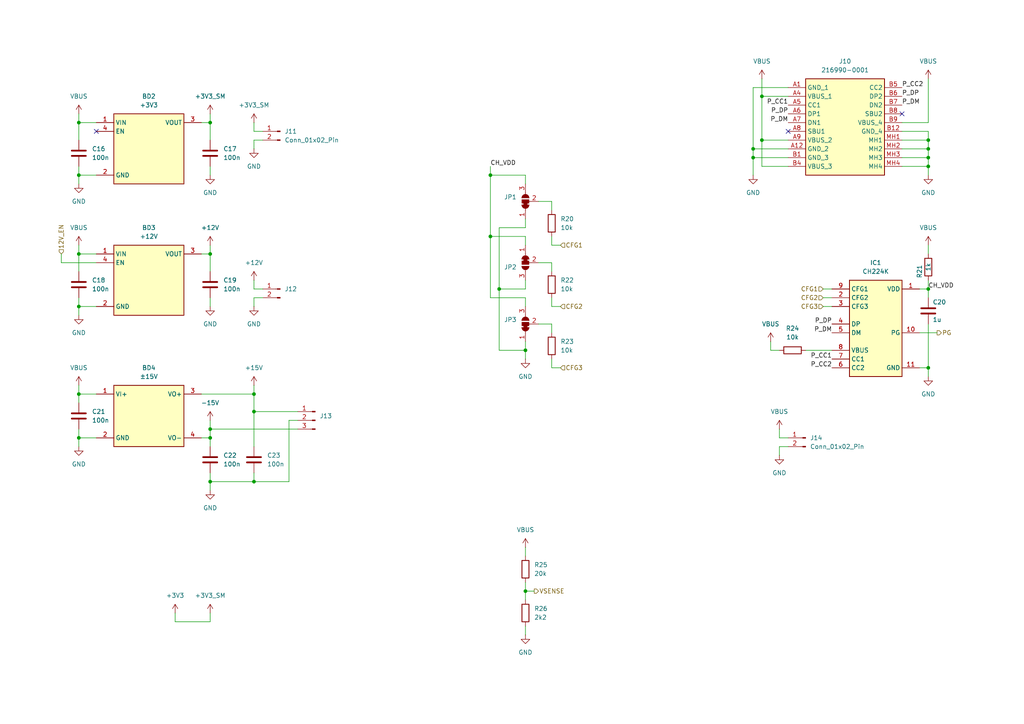
<source format=kicad_sch>
(kicad_sch (version 20231120) (generator "eeschema") (generator_version "8.0")
  (paper "A4")
  (title_block (title "Laser front-end base board") (date "2024-09-07"))
  (lib_symbols
    (symbol "216990-0001:216990-0001"
      (property "Reference" "J" (at 29.21 7.62 0))
      (property "Value" "216990-0001" (at 29.21 5.08 0))
      (symbol "216990-0001_1_1"
        (rectangle (start 5.08 2.54) (end 27.94 -25.4) (stroke (width 0.254)) (fill (type background)))
        (pin passive line (at 0 0 0) (length 5.08) (name "GND_1") (number "A1"))
        (pin passive line (at 0 -17.78 0) (length 5.08) (name "GND_2") (number "A12"))
        (pin passive line (at 0 -2.54 0) (length 5.08) (name "VBUS_1") (number "A4"))
        (pin passive line (at 0 -5.08 0) (length 5.08) (name "CC1") (number "A5"))
        (pin passive line (at 0 -7.62 0) (length 5.08) (name "DP1") (number "A6"))
        (pin passive line (at 0 -10.16 0) (length 5.08) (name "DN1") (number "A7"))
        (pin passive line (at 0 -12.7 0) (length 5.08) (name "SBU1") (number "A8"))
        (pin passive line (at 0 -15.24 0) (length 5.08) (name "VBUS_2") (number "A9"))
        (pin passive line (at 0 -20.32 0) (length 5.08) (name "GND_3") (number "B1"))
        (pin passive line (at 33.02 -12.7 180) (length 5.08) (name "GND_4") (number "B12"))
        (pin passive line (at 0 -22.86 0) (length 5.08) (name "VBUS_3") (number "B4"))
        (pin passive line (at 33.02 0 180) (length 5.08) (name "CC2") (number "B5"))
        (pin passive line (at 33.02 -2.54 180) (length 5.08) (name "DP2") (number "B6"))
        (pin passive line (at 33.02 -5.08 180) (length 5.08) (name "DN2") (number "B7"))
        (pin passive line (at 33.02 -7.62 180) (length 5.08) (name "SBU2") (number "B8"))
        (pin passive line (at 33.02 -10.16 180) (length 5.08) (name "VBUS_4") (number "B9"))
        (pin passive line (at 33.02 -15.24 180) (length 5.08) (name "MH1") (number "MH1"))
        (pin passive line (at 33.02 -17.78 180) (length 5.08) (name "MH2") (number "MH2"))
        (pin passive line (at 33.02 -20.32 180) (length 5.08) (name "MH3") (number "MH3"))
        (pin passive line (at 33.02 -22.86 180) (length 5.08) (name "MH4") (number "MH4"))
      )
    )
    (symbol "CH224K:CH224K"
      (property "Reference" "IC" (at 5.334 20.574 0))
      (property "Value" "CH224K" (at 5.334 18.034 0))
      (symbol "CH224K_1_1"
        (rectangle (start 5.08 15.24) (end 20.32 -12.7) (stroke (width 0.254)) (fill (type background)))
        (pin power_out line (at 25.4 12.7 180) (length 5.08) (name "VDD") (number "1"))
        (pin output line (at 25.4 0 180) (length 5.08) (name "PG") (number "10"))
        (pin power_out line (at 25.4 -10.16 180) (length 5.08) (name "GND") (number "11"))
        (pin input line (at 0 10.16 0) (length 5.08) (name "CFG2") (number "2"))
        (pin input line (at 0 7.62 0) (length 5.08) (name "CFG3") (number "3"))
        (pin bidirectional line (at 0 2.54 0) (length 5.08) (name "DP") (number "4"))
        (pin bidirectional line (at 0 0 0) (length 5.08) (name "DM") (number "5"))
        (pin bidirectional line (at 0 -10.16 0) (length 5.08) (name "CC2") (number "6"))
        (pin bidirectional line (at 0 -7.62 0) (length 5.08) (name "CC1") (number "7"))
        (pin power_in line (at 0 -5.08 0) (length 5.08) (name "VBUS") (number "8"))
        (pin input line (at 0 12.7 0) (length 5.08) (name "CFG1") (number "9"))
      )
    )
    (symbol "Connector:Conn_01x02_Pin" (pin_names (offset 1.016) hide)
      (property "Reference" "J" (at 0 2.54 0))
      (property "Value" "Conn_01x02_Pin" (at 0 -5.08 0))
      (symbol "Conn_01x02_Pin_1_1"
        (polyline (pts (xy 1.27 -2.54) (xy 0.8636 -2.54)) (stroke (width 0.1524)))
        (polyline (pts (xy 1.27 0) (xy 0.8636 0)) (stroke (width 0.1524)))
        (rectangle (start 0.8636 -2.413) (end 0 -2.667) (stroke (width 0.1524)) (fill (type outline)))
        (rectangle (start 0.8636 0.127) (end 0 -0.127) (stroke (width 0.1524)) (fill (type outline)))
        (pin passive line (at 5.08 0 180) (length 3.81) (name "Pin_1") (number "1"))
        (pin passive line (at 5.08 -2.54 180) (length 3.81) (name "Pin_2") (number "2"))
      )
    )
    (symbol "Connector:Conn_01x03_Pin" (pin_names (offset 1.016) hide)
      (property "Reference" "J" (at 0 5.08 0))
      (property "Value" "Conn_01x03_Pin" (at 0 -5.08 0))
      (symbol "Conn_01x03_Pin_1_1"
        (polyline (pts (xy 1.27 -2.54) (xy 0.8636 -2.54)) (stroke (width 0.1524)))
        (polyline (pts (xy 1.27 0) (xy 0.8636 0)) (stroke (width 0.1524)))
        (polyline (pts (xy 1.27 2.54) (xy 0.8636 2.54)) (stroke (width 0.1524)))
        (rectangle (start 0.8636 -2.413) (end 0 -2.667) (stroke (width 0.1524)) (fill (type outline)))
        (rectangle (start 0.8636 0.127) (end 0 -0.127) (stroke (width 0.1524)) (fill (type outline)))
        (rectangle (start 0.8636 2.667) (end 0 2.413) (stroke (width 0.1524)) (fill (type outline)))
        (pin passive line (at 5.08 2.54 180) (length 3.81) (name "Pin_1") (number "1"))
        (pin passive line (at 5.08 0 180) (length 3.81) (name "Pin_2") (number "2"))
        (pin passive line (at 5.08 -2.54 180) (length 3.81) (name "Pin_3") (number "3"))
      )
    )
    (symbol "Device:C" (pin_numbers hide) (pin_names (offset 0.254))
      (property "Reference" "C" (at 0.635 2.54 0))
      (property "Value" "C" (at 0.635 -2.54 0))
      (symbol "C_0_1"
        (polyline (pts (xy -2.032 -0.762) (xy 2.032 -0.762)) (stroke (width 0.508)))
        (polyline (pts (xy -2.032 0.762) (xy 2.032 0.762)) (stroke (width 0.508)))
      )
      (symbol "C_1_1"
        (pin passive line (at 0 3.81 270) (length 2.794) (name "~") (number "1"))
        (pin passive line (at 0 -3.81 90) (length 2.794) (name "~") (number "2"))
      )
    )
    (symbol "Device:R" (pin_numbers hide) (pin_names (offset 0))
      (property "Reference" "R" (at 2.032 0 90))
      (property "Value" "R" (at 0 0 90))
      (symbol "R_0_1"
        (rectangle (start -1.016 -2.54) (end 1.016 2.54) (stroke (width 0.254)))
      )
      (symbol "R_1_1"
        (pin passive line (at 0 3.81 270) (length 1.27) (name "~") (number "1"))
        (pin passive line (at 0 -3.81 90) (length 1.27) (name "~") (number "2"))
      )
    )
    (symbol "Jumper:SolderJumper_3_Bridged12" (pin_names (offset 0) hide) (exclude_from_sim yes) (in_bom no)
      (property "Reference" "JP" (at -2.54 -2.54 0))
      (property "Value" "SolderJumper_3_Bridged12" (at 0 2.794 0))
      (symbol "SolderJumper_3_Bridged12_0_1"
        (rectangle (start -1.016 0.508) (end -0.508 -0.508) (fill (type outline)))
        (arc (start -1.016 1.016) (mid -2.0276 0) (end -1.016 -1.016))
        (arc (start -1.016 1.016) (mid -2.0276 0) (end -1.016 -1.016) (fill (type outline)))
        (rectangle (start -0.508 1.016) (end 0.508 -1.016) (fill (type outline)))
        (polyline (pts (xy -2.54 0) (xy -2.032 0)))
        (polyline (pts (xy -1.016 1.016) (xy -1.016 -1.016)))
        (polyline (pts (xy 0 -1.27) (xy 0 -1.016)))
        (polyline (pts (xy 1.016 1.016) (xy 1.016 -1.016)))
        (polyline (pts (xy 2.54 0) (xy 2.032 0)))
        (arc (start 1.016 -1.016) (mid 2.0276 0) (end 1.016 1.016))
        (arc (start 1.016 -1.016) (mid 2.0276 0) (end 1.016 1.016) (fill (type outline)))
      )
      (symbol "SolderJumper_3_Bridged12_1_1"
        (pin passive line (at -5.08 0 0) (length 2.54) (name "A") (number "1"))
        (pin passive line (at 0 -3.81 90) (length 2.54) (name "C") (number "2"))
        (pin passive line (at 5.08 0 180) (length 2.54) (name "B") (number "3"))
      )
    )
    (symbol "power:+12V" (power) (pin_numbers hide) (pin_names (offset 0) hide)
      (property "Value" "+12V" (at 0 3.556 0))
      (symbol "+12V_0_1"
        (polyline (pts (xy -0.762 1.27) (xy 0 2.54)))
        (polyline (pts (xy 0 0) (xy 0 2.54)))
        (polyline (pts (xy 0 2.54) (xy 0.762 1.27)))
      )
      (symbol "+12V_1_1"
        (pin power_in line (at 0 0 90) (length 0) (name "~") (number "1"))
      )
    )
    (symbol "power:+3V3" (power) (pin_numbers hide) (pin_names (offset 0) hide)
      (property "Value" "+3V3" (at 0 3.556 0))
      (symbol "+3V3_0_1"
        (polyline (pts (xy -0.762 1.27) (xy 0 2.54)))
        (polyline (pts (xy 0 0) (xy 0 2.54)))
        (polyline (pts (xy 0 2.54) (xy 0.762 1.27)))
      )
      (symbol "+3V3_1_1"
        (pin power_in line (at 0 0 90) (length 0) (name "~") (number "1"))
      )
    )
    (symbol "power:GND" (power) (pin_numbers hide) (pin_names (offset 0) hide)
      (property "Value" "GND" (at 0 -3.81 0))
      (symbol "GND_0_1"
        (polyline (pts (xy 0 0) (xy 0 -1.27) (xy 1.27 -1.27) (xy 0 -2.54) (xy -1.27 -1.27) (xy 0 -1.27)))
      )
      (symbol "GND_1_1"
        (pin power_in line (at 0 0 270) (length 0) (name "~") (number "1"))
      )
    )
    (symbol "power:VDD" (power) (pin_numbers hide) (pin_names (offset 0) hide)
      (property "Value" "VDD" (at 0 3.556 0))
      (symbol "VDD_0_1"
        (polyline (pts (xy -0.762 1.27) (xy 0 2.54)))
        (polyline (pts (xy 0 0) (xy 0 2.54)))
        (polyline (pts (xy 0 2.54) (xy 0.762 1.27)))
      )
      (symbol "VDD_1_1"
        (pin power_in line (at 0 0 90) (length 0) (name "~") (number "1"))
      )
    )
    (symbol "power_supply:DM17"
      (property "Reference" "BD" (at 15.748 7.366 0))
      (property "Value" "12V" (at 16.002 5.08 0))
      (symbol "DM17_1_1"
        (rectangle (start 5.08 2.54) (end 25.4 -15.24) (stroke (width 0.254)) (fill (type background)))
        (pin power_in line (at 0 0 0) (length 5.08) (name "VI+") (number "1"))
        (pin power_in line (at 0 -12.7 0) (length 5.08) (name "GND") (number "2"))
        (pin power_out line (at 30.48 0 180) (length 5.08) (name "VO+") (number "3"))
        (pin power_out line (at 30.48 -12.7 180) (length 5.08) (name "VO-") (number "4"))
      )
    )
    (symbol "power_supply:Mini560"
      (property "Reference" "BD" (at 15.748 7.366 0))
      (property "Value" "12V" (at 16.002 5.08 0))
      (symbol "Mini560_1_1"
        (rectangle (start 5.08 2.54) (end 25.4 -17.78) (stroke (width 0.254)) (fill (type background)))
        (pin power_in line (at 0 0 0) (length 5.08) (name "VIN") (number "1"))
        (pin power_in line (at 0 -15.24 0) (length 5.08) (name "GND") (number "2"))
        (pin power_out line (at 30.48 0 180) (length 5.08) (name "VOUT") (number "3"))
        (pin input line (at 0 -2.54 0) (length 5.08) (name "EN") (number "4"))
      )
    )
  )
  (junction (at 73.66 119.38))
  (junction (at 220.98 27.94))
  (junction (at 22.86 114.3))
  (junction (at 22.86 35.56))
  (junction (at 60.96 127))
  (junction (at 218.44 45.72))
  (junction (at 269.24 45.72))
  (junction (at 142.24 68.58))
  (junction (at 22.86 127))
  (junction (at 269.24 40.64))
  (junction (at 60.96 139.7))
  (junction (at 60.96 73.66))
  (junction (at 142.24 50.8))
  (junction (at 152.4 171.45))
  (junction (at 22.86 88.9))
  (junction (at 73.66 114.3))
  (junction (at 60.96 35.56))
  (junction (at 269.24 43.18))
  (junction (at 269.24 83.82))
  (junction (at 269.24 106.68))
  (junction (at 144.78 83.82))
  (junction (at 220.98 40.64))
  (junction (at 22.86 50.8))
  (junction (at 152.4 101.6))
  (junction (at 60.96 124.46))
  (junction (at 218.44 43.18))
  (junction (at 269.24 48.26))
  (junction (at 73.66 139.7))
  (junction (at 22.86 73.66))
  (no_connect (at 299.72 60.96))
  (no_connect (at 228.6 38.1))
  (no_connect (at 261.62 33.02))
  (no_connect (at 27.94 38.1))
  (wire (pts (xy 73.66 86.36) (xy 76.2 86.36)))
  (wire (pts (xy 22.86 116.84) (xy 22.86 114.3)))
  (wire (pts (xy 228.6 129.54) (xy 226.06 129.54)))
  (wire (pts (xy 218.44 43.18) (xy 218.44 45.72)))
  (wire (pts (xy 76.2 38.1) (xy 73.66 38.1)))
  (wire (pts (xy 228.6 48.26) (xy 220.98 48.26)))
  (wire (pts (xy 160.02 71.12) (xy 162.56 71.12)))
  (wire (pts (xy 160.02 76.2) (xy 160.02 78.74)))
  (wire (pts (xy 22.86 50.8) (xy 27.94 50.8)))
  (wire (pts (xy 261.62 45.72) (xy 269.24 45.72)))
  (wire (pts (xy 60.96 35.56) (xy 60.96 40.64)))
  (wire (pts (xy 152.4 71.12) (xy 152.4 68.58)))
  (wire (pts (xy 152.4 101.6) (xy 152.4 104.14)))
  (wire (pts (xy 238.76 86.36) (xy 241.3 86.36)))
  (wire (pts (xy 60.96 139.7) (xy 73.66 139.7)))
  (wire (pts (xy 160.02 58.42) (xy 160.02 60.96)))
  (wire (pts (xy 152.4 99.06) (xy 152.4 101.6)))
  (wire (pts (xy 269.24 38.1) (xy 261.62 38.1)))
  (wire (pts (xy 60.96 121.92) (xy 60.96 124.46)))
  (wire (pts (xy 220.98 48.26) (xy 220.98 40.64)))
  (wire (pts (xy 142.24 68.58) (xy 142.24 50.8)))
  (wire (pts (xy 60.96 139.7) (xy 60.96 142.24)))
  (wire (pts (xy 60.96 124.46) (xy 86.36 124.46)))
  (wire (pts (xy 60.96 124.46) (xy 60.96 127)))
  (wire (pts (xy 22.86 48.26) (xy 22.86 50.8)))
  (wire (pts (xy 60.96 127) (xy 60.96 129.54)))
  (wire (pts (xy 22.86 71.12) (xy 22.86 73.66)))
  (wire (pts (xy 152.4 171.45) (xy 154.94 171.45)))
  (wire (pts (xy 269.24 43.18) (xy 269.24 40.64)))
  (wire (pts (xy 152.4 66.04) (xy 152.4 63.5)))
  (wire (pts (xy 261.62 48.26) (xy 269.24 48.26)))
  (wire (pts (xy 83.82 139.7) (xy 73.66 139.7)))
  (wire (pts (xy 160.02 86.36) (xy 160.02 88.9)))
  (wire (pts (xy 226.06 129.54) (xy 226.06 132.08)))
  (wire (pts (xy 73.66 88.9) (xy 73.66 86.36)))
  (wire (pts (xy 22.86 35.56) (xy 27.94 35.56)))
  (wire (pts (xy 269.24 50.8) (xy 269.24 48.26)))
  (wire (pts (xy 220.98 40.64) (xy 220.98 27.94)))
  (wire (pts (xy 22.86 88.9) (xy 27.94 88.9)))
  (wire (pts (xy 261.62 40.64) (xy 269.24 40.64)))
  (wire (pts (xy 160.02 106.68) (xy 162.56 106.68)))
  (wire (pts (xy 269.24 83.82) (xy 269.24 86.36)))
  (wire (pts (xy 60.96 48.26) (xy 60.96 50.8)))
  (wire (pts (xy 269.24 71.12) (xy 269.24 73.66)))
  (wire (pts (xy 73.66 119.38) (xy 86.36 119.38)))
  (wire (pts (xy 269.24 93.98) (xy 269.24 106.68)))
  (wire (pts (xy 58.42 127) (xy 60.96 127)))
  (wire (pts (xy 269.24 83.82) (xy 269.24 81.28)))
  (wire (pts (xy 228.6 127) (xy 226.06 127)))
  (wire (pts (xy 228.6 27.94) (xy 220.98 27.94)))
  (wire (pts (xy 160.02 93.98) (xy 160.02 96.52)))
  (wire (pts (xy 83.82 121.92) (xy 83.82 139.7)))
  (wire (pts (xy 50.8 177.8) (xy 50.8 180.34)))
  (wire (pts (xy 152.4 168.91) (xy 152.4 171.45)))
  (wire (pts (xy 22.86 73.66) (xy 27.94 73.66)))
  (wire (pts (xy 17.78 76.2) (xy 27.94 76.2)))
  (wire (pts (xy 22.86 111.76) (xy 22.86 114.3)))
  (wire (pts (xy 86.36 121.92) (xy 83.82 121.92)))
  (wire (pts (xy 152.4 181.61) (xy 152.4 184.15)))
  (wire (pts (xy 73.66 83.82) (xy 73.66 81.28)))
  (wire (pts (xy 60.96 71.12) (xy 60.96 73.66)))
  (wire (pts (xy 228.6 40.64) (xy 220.98 40.64)))
  (wire (pts (xy 261.62 43.18) (xy 269.24 43.18)))
  (wire (pts (xy 60.96 73.66) (xy 60.96 78.74)))
  (wire (pts (xy 269.24 40.64) (xy 269.24 38.1)))
  (wire (pts (xy 60.96 86.36) (xy 60.96 88.9)))
  (wire (pts (xy 22.86 114.3) (xy 27.94 114.3)))
  (wire (pts (xy 58.42 35.56) (xy 60.96 35.56)))
  (wire (pts (xy 152.4 68.58) (xy 142.24 68.58)))
  (wire (pts (xy 144.78 66.04) (xy 152.4 66.04)))
  (wire (pts (xy 152.4 50.8) (xy 152.4 53.34)))
  (wire (pts (xy 142.24 48.26) (xy 142.24 50.8)))
  (wire (pts (xy 269.24 45.72) (xy 269.24 43.18)))
  (wire (pts (xy 73.66 38.1) (xy 73.66 35.56)))
  (wire (pts (xy 152.4 81.28) (xy 152.4 83.82)))
  (wire (pts (xy 156.21 58.42) (xy 160.02 58.42)))
  (wire (pts (xy 144.78 83.82) (xy 144.78 66.04)))
  (wire (pts (xy 22.86 124.46) (xy 22.86 127)))
  (wire (pts (xy 218.44 45.72) (xy 228.6 45.72)))
  (wire (pts (xy 22.86 33.02) (xy 22.86 35.56)))
  (wire (pts (xy 269.24 106.68) (xy 269.24 109.22)))
  (wire (pts (xy 22.86 88.9) (xy 22.86 86.36)))
  (wire (pts (xy 218.44 25.4) (xy 218.44 43.18)))
  (wire (pts (xy 73.66 43.18) (xy 73.66 40.64)))
  (wire (pts (xy 238.76 88.9) (xy 241.3 88.9)))
  (wire (pts (xy 261.62 35.56) (xy 269.24 35.56)))
  (wire (pts (xy 22.86 127) (xy 22.86 129.54)))
  (wire (pts (xy 58.42 73.66) (xy 60.96 73.66)))
  (wire (pts (xy 22.86 73.66) (xy 22.86 78.74)))
  (wire (pts (xy 156.21 93.98) (xy 160.02 93.98)))
  (wire (pts (xy 266.7 83.82) (xy 269.24 83.82)))
  (wire (pts (xy 269.24 35.56) (xy 269.24 22.86)))
  (wire (pts (xy 22.86 88.9) (xy 22.86 91.44)))
  (wire (pts (xy 76.2 83.82) (xy 73.66 83.82)))
  (wire (pts (xy 226.06 127) (xy 226.06 124.46)))
  (wire (pts (xy 73.66 129.54) (xy 73.66 119.38)))
  (wire (pts (xy 144.78 83.82) (xy 152.4 83.82)))
  (wire (pts (xy 144.78 101.6) (xy 144.78 83.82)))
  (wire (pts (xy 152.4 171.45) (xy 152.4 173.99)))
  (wire (pts (xy 60.96 137.16) (xy 60.96 139.7)))
  (wire (pts (xy 160.02 68.58) (xy 160.02 71.12)))
  (wire (pts (xy 152.4 158.75) (xy 152.4 161.29)))
  (wire (pts (xy 223.52 101.6) (xy 226.06 101.6)))
  (wire (pts (xy 228.6 43.18) (xy 218.44 43.18)))
  (wire (pts (xy 160.02 88.9) (xy 162.56 88.9)))
  (wire (pts (xy 269.24 48.26) (xy 269.24 45.72)))
  (wire (pts (xy 152.4 86.36) (xy 142.24 86.36)))
  (wire (pts (xy 142.24 86.36) (xy 142.24 68.58)))
  (wire (pts (xy 233.68 101.6) (xy 241.3 101.6)))
  (wire (pts (xy 152.4 101.6) (xy 144.78 101.6)))
  (wire (pts (xy 156.21 76.2) (xy 160.02 76.2)))
  (wire (pts (xy 218.44 50.8) (xy 218.44 45.72)))
  (wire (pts (xy 50.8 180.34) (xy 60.96 180.34)))
  (wire (pts (xy 73.66 114.3) (xy 73.66 111.76)))
  (wire (pts (xy 17.78 73.66) (xy 17.78 76.2)))
  (wire (pts (xy 160.02 104.14) (xy 160.02 106.68)))
  (wire (pts (xy 266.7 96.52) (xy 271.78 96.52)))
  (wire (pts (xy 73.66 139.7) (xy 73.66 137.16)))
  (wire (pts (xy 73.66 119.38) (xy 73.66 114.3)))
  (wire (pts (xy 73.66 40.64) (xy 76.2 40.64)))
  (wire (pts (xy 22.86 35.56) (xy 22.86 40.64)))
  (wire (pts (xy 238.76 83.82) (xy 241.3 83.82)))
  (wire (pts (xy 22.86 127) (xy 27.94 127)))
  (wire (pts (xy 22.86 50.8) (xy 22.86 53.34)))
  (wire (pts (xy 60.96 33.02) (xy 60.96 35.56)))
  (wire (pts (xy 220.98 27.94) (xy 220.98 22.86)))
  (wire (pts (xy 60.96 180.34) (xy 60.96 177.8)))
  (wire (pts (xy 58.42 114.3) (xy 73.66 114.3)))
  (wire (pts (xy 152.4 88.9) (xy 152.4 86.36)))
  (wire (pts (xy 142.24 50.8) (xy 152.4 50.8)))
  (wire (pts (xy 266.7 106.68) (xy 269.24 106.68)))
  (wire (pts (xy 228.6 25.4) (xy 218.44 25.4)))
  (wire (pts (xy 223.52 99.06) (xy 223.52 101.6)))
  (label "P_DP" (at 241.3 93.98 180))
  (label "P_CC2" (at 261.62 25.4 0))
  (label "P_DP" (at 261.62 27.94 0))
  (label "CH_VDD" (at 142.24 48.26 0))
  (label "CH_VDD" (at 269.24 83.82 0))
  (label "P_DM" (at 261.62 30.48 0))
  (label "P_CC1" (at 228.6 30.48 180))
  (label "P_CC2" (at 241.3 106.68 180))
  (label "P_DM" (at 241.3 96.52 180))
  (label "P_CC1" (at 241.3 104.14 180))
  (label "P_DP" (at 228.6 33.02 180))
  (label "P_DM" (at 228.6 35.56 180))
  (hierarchical_label "CFG3" (shape input) (at 162.56 106.68 0))
  (hierarchical_label "CFG2" (shape input) (at 238.76 86.36 180))
  (hierarchical_label "12V_EN" (shape input) (at 17.78 73.66 90))
  (hierarchical_label "VSENSE" (shape output) (at 154.94 171.45 0))
  (hierarchical_label "CFG1" (shape input) (at 238.76 83.82 180))
  (hierarchical_label "CFG1" (shape input) (at 162.56 71.12 0))
  (hierarchical_label "CFG3" (shape input) (at 238.76 88.9 180))
  (hierarchical_label "CFG2" (shape input) (at 162.56 88.9 0))
  (hierarchical_label "PG" (shape output) (at 271.78 96.52 0))
  (symbol (lib_id "power:GND") (at 269.24 109.22 0) (unit 1)
    (property "Reference" "#PWR059" (effects (hide yes)))
    (property "Value" "GND" (at 269.24 114.3 0))
    (property "Description" "Power symbol creates a global label with name \"GND\" , ground" (effects (hide yes)))
  )
  (symbol (lib_id "power:GND") (at 60.96 50.8 0) (unit 1)
    (property "Reference" "#PWR046" (effects (hide yes)))
    (property "Value" "GND" (at 60.96 55.88 0))
    (property "Description" "Power symbol creates a global label with name \"GND\" , ground" (effects (hide yes)))
  )
  (symbol (lib_id "power:VDD") (at 22.86 111.76 0) (unit 1)
    (property "Reference" "#PWR060" (effects (hide yes)))
    (property "Value" "VBUS" (at 22.86 106.68 0))
    (property "Description" "Power symbol creates a global label with name \"VDD\"" (effects (hide yes)))
  )
  (symbol (lib_id "CH224K:CH224K") (at 241.3 96.52 0) (unit 1)
    (property "Reference" "IC1" (at 254 76.2 0))
    (property "Value" "CH224K" (at 254 78.74 0))
    (property "Footprint" "Package_SO:SSOP-10-1EP_3.9x4.9mm_P1mm_EP2.1x3.3mm" (effects (hide yes)))
    (property "Datasheet" "https://wmsc.lcsc.com/wmsc/upload/file/pdf/v2/lcsc/2403131354_WCH-Jiangsu-Qin-Heng-CH224K_C970725.pdf" (effects (hide yes)))
    (property "Description" "USB PD trigger IC" (effects (hide yes)))
    (property "Height" "1" (effects (hide yes)))
    (property "Mouser Part Number" "886-USB3370B-EZK-TR" (effects (hide yes)))
    (property "Mouser Price/Stock" "https://www.mouser.co.uk/ProductDetail/Microchip-Technology/USB3370B-EZK-TR?qs=pA5MXup5wxEDrRggPLSPxw%3D%3D" (effects (hide yes)))
    (property "Manufacturer_Name" "Microchip" (effects (hide yes)))
    (property "Manufacturer_Part_Number" "USB3370B-EZK-TR" (effects (hide yes)))
  )
  (symbol (lib_id "Connector:Conn_01x02_Pin") (at 233.68 127 0) (mirror y) (unit 1)
    (property "Reference" "J14" (at 234.95 126.9999 0) (effects (justify right)))
    (property "Value" "Conn_01x02_Pin" (at 234.95 129.5399 0) (effects (justify right)))
    (property "Footprint" "Connector_PinHeader_2.54mm:PinHeader_1x02_P2.54mm_Vertical" (effects (hide yes)))
    (property "Description" "Generic connector, single row, 01x02, script generated" (effects (hide yes)))
  )
  (symbol (lib_id "power:GND") (at 60.96 88.9 0) (unit 1)
    (property "Reference" "#PWR054" (effects (hide yes)))
    (property "Value" "GND" (at 60.96 93.98 0))
    (property "Description" "Power symbol creates a global label with name \"GND\" , ground" (effects (hide yes)))
  )
  (symbol (lib_id "power_supply:Mini560") (at 27.94 73.66 0) (unit 1)
    (property "Reference" "BD3" (at 43.18 66.04 0))
    (property "Value" "+12V" (at 43.18 68.58 0))
    (property "Footprint" "Library:Mini560" (effects (hide yes)))
  )
  (symbol (lib_id "power:GND") (at 22.86 53.34 0) (unit 1)
    (property "Reference" "#PWR049" (effects (hide yes)))
    (property "Value" "GND" (at 22.86 58.42 0))
    (property "Description" "Power symbol creates a global label with name \"GND\" , ground" (effects (hide yes)))
  )
  (symbol (lib_id "Device:R") (at 269.24 77.47 0) (unit 1)
    (property "Reference" "R21" (at 266.7 78.74 90))
    (property "Value" "1k" (at 269.24 77.47 90))
    (property "Footprint" "Resistor_SMD:R_0402_1005Metric" (effects (hide yes)))
    (property "Description" "Resistor" (effects (hide yes)))
  )
  (symbol (lib_id "Jumper:SolderJumper_3_Bridged12") (at 152.4 58.42 90) (unit 1) (exclude_from_sim yes) (in_bom no)
    (property "Reference" "JP1" (at 149.86 57.1499 90) (effects (justify left)))
    (property "Value" "SolderJumper_3_Bridged12" (effects (hide yes)))
    (property "Footprint" "Jumper:SolderJumper-3_P1.3mm_Bridged12_RoundedPad1.0x1.5mm" (effects (hide yes)))
    (property "Description" "3-pole Solder Jumper, pins 1+2 closed/bridged" (effects (hide yes)))
  )
  (symbol (lib_id "power:GND") (at 226.06 132.08 0) (unit 1)
    (property "Reference" "#PWR065" (effects (hide yes)))
    (property "Value" "GND" (at 226.06 137.16 0))
    (property "Description" "Power symbol creates a global label with name \"GND\" , ground" (effects (hide yes)))
  )
  (symbol (lib_id "power:GND") (at 73.66 43.18 0) (unit 1)
    (property "Reference" "#PWR045" (effects (hide yes)))
    (property "Value" "GND" (at 73.66 48.26 0))
    (property "Description" "Power symbol creates a global label with name \"GND\" , ground" (effects (hide yes)))
  )
  (symbol (lib_id "power:+3V3") (at 60.96 177.8 0) (unit 1)
    (property "Reference" "#PWR069" (effects (hide yes)))
    (property "Value" "+3V3_SM" (at 60.96 172.72 0))
    (property "Description" "Power symbol creates a global label with name \"+3V3\"" (effects (hide yes)))
  )
  (symbol (lib_id "Device:R") (at 160.02 64.77 0) (unit 1)
    (property "Reference" "R20" (at 162.56 63.4999 0) (effects (justify left)))
    (property "Value" "10k" (at 162.56 66.0399 0) (effects (justify left)))
    (property "Footprint" "Resistor_SMD:R_0805_2012Metric" (effects (hide yes)))
    (property "Description" "Resistor" (effects (hide yes)))
  )
  (symbol (lib_id "power:+12V") (at 73.66 81.28 0) (unit 1)
    (property "Reference" "#PWR053" (effects (hide yes)))
    (property "Value" "+12V" (at 73.66 76.2 0))
    (property "Description" "Power symbol creates a global label with name \"+12V\"" (effects (hide yes)))
  )
  (symbol (lib_id "Device:C") (at 269.24 90.17 0) (unit 1)
    (property "Reference" "C20" (at 270.51 87.63 0) (effects (justify left)))
    (property "Value" "1u" (at 270.51 92.71 0) (effects (justify left)))
    (property "Footprint" "Capacitor_SMD:C_0402_1005Metric" (effects (hide yes)))
    (property "Description" "Unpolarized capacitor" (effects (hide yes)))
  )
  (symbol (lib_id "power:GND") (at 152.4 104.14 0) (unit 1)
    (property "Reference" "#PWR058" (effects (hide yes)))
    (property "Value" "GND" (at 152.4 109.22 0))
    (property "Description" "Power symbol creates a global label with name \"GND\" , ground" (effects (hide yes)))
  )
  (symbol (lib_id "Device:C") (at 60.96 133.35 0) (unit 1)
    (property "Reference" "C22" (at 64.77 132.0799 0) (effects (justify left)))
    (property "Value" "100n" (at 64.77 134.6199 0) (effects (justify left)))
    (property "Footprint" "Capacitor_SMD:C_0603_1608Metric" (effects (hide yes)))
    (property "Description" "Unpolarized capacitor" (effects (hide yes)))
  )
  (symbol (lib_id "Jumper:SolderJumper_3_Bridged12") (at 152.4 93.98 90) (unit 1) (exclude_from_sim yes) (in_bom no)
    (property "Reference" "JP3" (at 149.86 92.7099 90) (effects (justify left)))
    (property "Value" "SolderJumper_3_Bridged12" (effects (hide yes)))
    (property "Footprint" "Jumper:SolderJumper-3_P1.3mm_Bridged12_RoundedPad1.0x1.5mm" (effects (hide yes)))
    (property "Description" "3-pole Solder Jumper, pins 1+2 closed/bridged" (effects (hide yes)))
  )
  (symbol (lib_id "power:+3V3") (at 73.66 35.56 0) (unit 1)
    (property "Reference" "#PWR044" (effects (hide yes)))
    (property "Value" "+3V3_SM" (at 73.66 30.48 0))
    (property "Description" "Power symbol creates a global label with name \"+3V3\"" (effects (hide yes)))
  )
  (symbol (lib_id "Device:C") (at 22.86 44.45 0) (unit 1)
    (property "Reference" "C16" (at 26.67 43.1799 0) (effects (justify left)))
    (property "Value" "100n" (at 26.67 45.7199 0) (effects (justify left)))
    (property "Footprint" "Capacitor_SMD:C_0603_1608Metric" (effects (hide yes)))
    (property "Description" "Unpolarized capacitor" (effects (hide yes)))
  )
  (symbol (lib_id "power:VDD") (at 22.86 33.02 0) (unit 1)
    (property "Reference" "#PWR042" (effects (hide yes)))
    (property "Value" "VBUS" (at 22.86 27.94 0))
    (property "Description" "Power symbol creates a global label with name \"VDD\"" (effects (hide yes)))
  )
  (symbol (lib_id "Connector:Conn_01x02_Pin") (at 81.28 83.82 0) (mirror y) (unit 1)
    (property "Reference" "J12" (at 82.55 83.8199 0) (effects (justify right)))
    (property "Value" "Conn_01x02_Pin" (effects (hide yes)))
    (property "Footprint" "Connector_PinHeader_2.54mm:PinHeader_1x02_P2.54mm_Vertical" (effects (hide yes)))
    (property "Description" "Generic connector, single row, 01x02, script generated" (effects (hide yes)))
  )
  (symbol (lib_id "power:GND") (at 269.24 50.8 0) (unit 1)
    (property "Reference" "#PWR048" (effects (hide yes)))
    (property "Value" "GND" (at 269.24 55.88 0))
    (property "Description" "Power symbol creates a global label with name \"GND\" , ground" (effects (hide yes)))
  )
  (symbol (lib_id "power:+3V3") (at 60.96 33.02 0) (unit 1)
    (property "Reference" "#PWR043" (effects (hide yes)))
    (property "Value" "+3V3_SM" (at 60.96 27.94 0))
    (property "Description" "Power symbol creates a global label with name \"+3V3\"" (effects (hide yes)))
  )
  (symbol (lib_id "power:VDD") (at 22.86 71.12 0) (unit 1)
    (property "Reference" "#PWR050" (effects (hide yes)))
    (property "Value" "VBUS" (at 22.86 66.04 0))
    (property "Description" "Power symbol creates a global label with name \"VDD\"" (effects (hide yes)))
  )
  (symbol (lib_id "Connector:Conn_01x03_Pin") (at 91.44 121.92 0) (mirror y) (unit 1)
    (property "Reference" "J13" (at 92.71 120.6499 0) (effects (justify right)))
    (property "Value" "Conn_01x03_Pin" (effects (hide yes)))
    (property "Footprint" "Connector_PinHeader_2.54mm:PinHeader_1x03_P2.54mm_Vertical" (effects (hide yes)))
    (property "Description" "Generic connector, single row, 01x03, script generated" (effects (hide yes)))
  )
  (symbol (lib_id "Device:C") (at 60.96 44.45 0) (unit 1)
    (property "Reference" "C17" (at 64.77 43.1799 0) (effects (justify left)))
    (property "Value" "100n" (at 64.77 45.7199 0) (effects (justify left)))
    (property "Footprint" "Capacitor_SMD:C_0603_1608Metric" (effects (hide yes)))
    (property "Description" "Unpolarized capacitor" (effects (hide yes)))
  )
  (symbol (lib_id "Device:R") (at 229.87 101.6 90) (unit 1)
    (property "Reference" "R24" (at 229.87 95.25 90))
    (property "Value" "10k" (at 229.87 97.79 90))
    (property "Footprint" "Resistor_SMD:R_0805_2012Metric" (effects (hide yes)))
    (property "Description" "Resistor" (effects (hide yes)))
  )
  (symbol (lib_id "Device:R") (at 160.02 100.33 0) (unit 1)
    (property "Reference" "R23" (at 162.56 99.0599 0) (effects (justify left)))
    (property "Value" "10k" (at 162.56 101.5999 0) (effects (justify left)))
    (property "Footprint" "Resistor_SMD:R_0805_2012Metric" (effects (hide yes)))
    (property "Description" "Resistor" (effects (hide yes)))
  )
  (symbol (lib_id "power:GND") (at 152.4 184.15 0) (unit 1)
    (property "Reference" "#PWR070" (effects (hide yes)))
    (property "Value" "GND" (at 152.4 189.23 0))
    (property "Description" "Power symbol creates a global label with name \"GND\" , ground" (effects (hide yes)))
  )
  (symbol (lib_id "power:VDD") (at 226.06 124.46 0) (unit 1)
    (property "Reference" "#PWR063" (effects (hide yes)))
    (property "Value" "VBUS" (at 226.06 119.38 0))
    (property "Description" "Power symbol creates a global label with name \"VDD\"" (effects (hide yes)))
  )
  (symbol (lib_id "power_supply:Mini560") (at 27.94 35.56 0) (unit 1)
    (property "Reference" "BD2" (at 43.18 27.94 0))
    (property "Value" "+3V3" (at 43.18 30.48 0))
    (property "Footprint" "Library:Mini560" (effects (hide yes)))
  )
  (symbol (lib_id "Jumper:SolderJumper_3_Bridged12") (at 152.4 76.2 90) (mirror x) (unit 1) (exclude_from_sim yes) (in_bom no)
    (property "Reference" "JP2" (at 149.86 77.4701 90) (effects (justify left)))
    (property "Value" "SolderJumper_3_Bridged12" (effects (hide yes)))
    (property "Footprint" "Jumper:SolderJumper-3_P1.3mm_Bridged12_RoundedPad1.0x1.5mm" (effects (hide yes)))
    (property "Description" "3-pole Solder Jumper, pins 1+2 closed/bridged" (effects (hide yes)))
  )
  (symbol (lib_id "Device:R") (at 152.4 165.1 0) (unit 1)
    (property "Reference" "R25" (at 154.94 163.8299 0) (effects (justify left)))
    (property "Value" "20k" (at 154.94 166.3699 0) (effects (justify left)))
    (property "Footprint" "Resistor_SMD:R_0402_1005Metric" (effects (hide yes)))
    (property "Description" "Resistor" (effects (hide yes)))
  )
  (symbol (lib_id "power:GND") (at 73.66 88.9 0) (unit 1)
    (property "Reference" "#PWR055" (effects (hide yes)))
    (property "Value" "GND" (at 73.66 93.98 0))
    (property "Description" "Power symbol creates a global label with name \"GND\" , ground" (effects (hide yes)))
  )
  (symbol (lib_id "power:GND") (at 22.86 129.54 0) (unit 1)
    (property "Reference" "#PWR064" (effects (hide yes)))
    (property "Value" "GND" (at 22.86 134.62 0))
    (property "Description" "Power symbol creates a global label with name \"GND\" , ground" (effects (hide yes)))
  )
  (symbol (lib_id "power:VDD") (at 152.4 158.75 0) (unit 1)
    (property "Reference" "#PWR067" (effects (hide yes)))
    (property "Value" "VBUS" (at 152.4 153.67 0))
    (property "Description" "Power symbol creates a global label with name \"VDD\"" (effects (hide yes)))
  )
  (symbol (lib_id "power:VDD") (at 269.24 22.86 0) (unit 1)
    (property "Reference" "#PWR041" (effects (hide yes)))
    (property "Value" "VBUS" (at 269.24 17.78 0))
    (property "Description" "Power symbol creates a global label with name \"VDD\"" (effects (hide yes)))
  )
  (symbol (lib_id "power:GND") (at 218.44 50.8 0) (unit 1)
    (property "Reference" "#PWR047" (effects (hide yes)))
    (property "Value" "GND" (at 218.44 55.88 0))
    (property "Description" "Power symbol creates a global label with name \"GND\" , ground" (effects (hide yes)))
  )
  (symbol (lib_id "Connector:Conn_01x02_Pin") (at 81.28 38.1 0) (mirror y) (unit 1)
    (property "Reference" "J11" (at 82.55 38.0999 0) (effects (justify right)))
    (property "Value" "Conn_01x02_Pin" (at 82.55 40.6399 0) (effects (justify right)))
    (property "Footprint" "Connector_PinHeader_2.54mm:PinHeader_1x02_P2.54mm_Vertical" (effects (hide yes)))
    (property "Description" "Generic connector, single row, 01x02, script generated" (effects (hide yes)))
  )
  (symbol (lib_id "Device:R") (at 160.02 82.55 0) (unit 1)
    (property "Reference" "R22" (at 162.56 81.2799 0) (effects (justify left)))
    (property "Value" "10k" (at 162.56 83.8199 0) (effects (justify left)))
    (property "Footprint" "Resistor_SMD:R_0805_2012Metric" (effects (hide yes)))
    (property "Description" "Resistor" (effects (hide yes)))
  )
  (symbol (lib_id "Device:C") (at 22.86 82.55 0) (unit 1)
    (property "Reference" "C18" (at 26.67 81.2799 0) (effects (justify left)))
    (property "Value" "100n" (at 26.67 83.8199 0) (effects (justify left)))
    (property "Footprint" "Capacitor_SMD:C_0603_1608Metric" (effects (hide yes)))
    (property "Description" "Unpolarized capacitor" (effects (hide yes)))
  )
  (symbol (lib_id "Device:R") (at 152.4 177.8 0) (unit 1)
    (property "Reference" "R26" (at 154.94 176.5299 0) (effects (justify left)))
    (property "Value" "2k2" (at 154.94 179.0699 0) (effects (justify left)))
    (property "Footprint" "Resistor_SMD:R_0402_1005Metric" (effects (hide yes)))
    (property "Description" "Resistor" (effects (hide yes)))
  )
  (symbol (lib_id "power:+12V") (at 60.96 121.92 0) (unit 1)
    (property "Reference" "#PWR062" (effects (hide yes)))
    (property "Value" "-15V" (at 60.96 116.84 0))
    (property "Description" "Power symbol creates a global label with name \"+12V\"" (effects (hide yes)))
  )
  (symbol (lib_id "power:+3V3") (at 50.8 177.8 0) (unit 1)
    (property "Reference" "#PWR068" (effects (hide yes)))
    (property "Value" "+3V3" (at 50.8 172.72 0))
    (property "Description" "Power symbol creates a global label with name \"+3V3\"" (effects (hide yes)))
  )
  (symbol (lib_id "power:GND") (at 22.86 91.44 0) (unit 1)
    (property "Reference" "#PWR056" (effects (hide yes)))
    (property "Value" "GND" (at 22.86 96.52 0))
    (property "Description" "Power symbol creates a global label with name \"GND\" , ground" (effects (hide yes)))
  )
  (symbol (lib_id "power:VDD") (at 269.24 71.12 0) (unit 1)
    (property "Reference" "#PWR052" (effects (hide yes)))
    (property "Value" "VBUS" (at 269.24 66.04 0))
    (property "Description" "Power symbol creates a global label with name \"VDD\"" (effects (hide yes)))
  )
  (symbol (lib_id "Device:C") (at 73.66 133.35 0) (unit 1)
    (property "Reference" "C23" (at 77.47 132.0799 0) (effects (justify left)))
    (property "Value" "100n" (at 77.47 134.6199 0) (effects (justify left)))
    (property "Footprint" "Capacitor_SMD:C_0603_1608Metric" (effects (hide yes)))
    (property "Description" "Unpolarized capacitor" (effects (hide yes)))
  )
  (symbol (lib_id "power_supply:DM17") (at 27.94 114.3 0) (unit 1)
    (property "Reference" "BD4" (at 43.18 106.68 0))
    (property "Value" "±15V" (at 43.18 109.22 0))
    (property "Footprint" "Library:DM17" (effects (hide yes)))
  )
  (symbol (lib_id "power:+12V") (at 73.66 111.76 0) (unit 1)
    (property "Reference" "#PWR061" (effects (hide yes)))
    (property "Value" "+15V" (at 73.66 106.68 0))
    (property "Description" "Power symbol creates a global label with name \"+12V\"" (effects (hide yes)))
  )
  (symbol (lib_id "power:+12V") (at 60.96 71.12 0) (unit 1)
    (property "Reference" "#PWR051" (effects (hide yes)))
    (property "Value" "+12V" (at 60.96 66.04 0))
    (property "Description" "Power symbol creates a global label with name \"+12V\"" (effects (hide yes)))
  )
  (symbol (lib_id "Device:C") (at 22.86 120.65 0) (unit 1)
    (property "Reference" "C21" (at 26.67 119.3799 0) (effects (justify left)))
    (property "Value" "100n" (at 26.67 121.9199 0) (effects (justify left)))
    (property "Footprint" "Capacitor_SMD:C_0603_1608Metric" (effects (hide yes)))
    (property "Description" "Unpolarized capacitor" (effects (hide yes)))
  )
  (symbol (lib_id "power:VDD") (at 220.98 22.86 0) (unit 1)
    (property "Reference" "#PWR040" (effects (hide yes)))
    (property "Value" "VBUS" (at 220.98 17.78 0))
    (property "Description" "Power symbol creates a global label with name \"VDD\"" (effects (hide yes)))
  )
  (symbol (lib_id "Device:C") (at 60.96 82.55 0) (unit 1)
    (property "Reference" "C19" (at 64.77 81.2799 0) (effects (justify left)))
    (property "Value" "100n" (at 64.77 83.8199 0) (effects (justify left)))
    (property "Footprint" "Capacitor_SMD:C_0603_1608Metric" (effects (hide yes)))
    (property "Description" "Unpolarized capacitor" (effects (hide yes)))
  )
  (symbol (lib_id "power:GND") (at 60.96 142.24 0) (unit 1)
    (property "Reference" "#PWR066" (effects (hide yes)))
    (property "Value" "GND" (at 60.96 147.32 0))
    (property "Description" "Power symbol creates a global label with name \"GND\" , ground" (effects (hide yes)))
  )
  (symbol (lib_id "216990-0001:216990-0001") (at 228.6 25.4 0) (unit 1)
    (property "Reference" "J10" (at 245.11 17.78 0))
    (property "Value" "216990-0001" (at 245.11 20.32 0))
    (property "Footprint" "Library:2169900001" (effects (hide yes)))
    (property "Datasheet" "https://www.molex.com/pdm_docs/sd/2169900001_sd.pdf" (effects (hide yes)))
    (property "Description" "MOLEX - 216990-0001 - USB Connector, USB Type C, USB 2.0, Receptacle, 16 Ways, Surface Mount, Right Angle{0000}" (effects (hide yes)))
    (property "Height" "3.36" (effects (hide yes)))
    (property "Mouser Part Number" "538-216990-0001" (effects (hide yes)))
    (property "Mouser Price/Stock" "https://www.mouser.co.uk/ProductDetail/Molex/216990-0001?qs=DRkmTr78QAS%252B9wQ3YlpV3Q%3D%3D" (effects (hide yes)))
    (property "Manufacturer_Name" "Molex" (effects (hide yes)))
    (property "Manufacturer_Part_Number" "216990-0001" (effects (hide yes)))
  )
  (symbol (lib_id "power:VDD") (at 223.52 99.06 0) (unit 1)
    (property "Reference" "#PWR057" (effects (hide yes)))
    (property "Value" "VBUS" (at 223.52 93.98 0))
    (property "Description" "Power symbol creates a global label with name \"VDD\"" (effects (hide yes)))
  )
)
</source>
